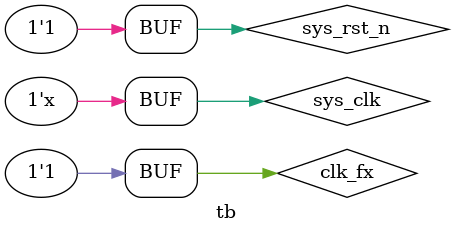
<source format=v>
`timescale 1 ns / 1 ns
module tb ();

  reg sys_clk;
  reg sys_rst_n;
  reg clk_fx;


  wire [31:0] data_fx;
  wire [31:0] data_tm;
  wire [31:0] data_zk;

  //------------<Àý»¯±»²âÊÔÄ£¿é>----------------------------------------                          
  Frequency_measure Frequency_measure (
      .sys_clk(sys_clk),
      .sys_rst_n(sys_rst_n),
      .clk_fx(clk_fx),
      .data_fx_b(data_fx),
      .data_tm_b(data_tm),
      .data_zk_b(data_zk)

  );
  //------------<ÉèÖÃ³õÊ¼²âÊÔÌõ¼þ>----------------------------------------
  initial begin
    sys_clk = 1'b0;
    clk_fx <= 1'b0;
    sys_rst_n  <= 1'b0;
    #100
    sys_rst_n <= 1'b1;

  end
  //------------<ÉèÖÃÊ±ÖÓ>----------------------------------------------                                                   
  always #10 sys_clk <= ~sys_clk; //50Mhz
  //´ý²â
  always begin  //10hz
    #15 clk_fx <=0;
    #15 clk_fx <=1;     
  end 
endmodule

</source>
